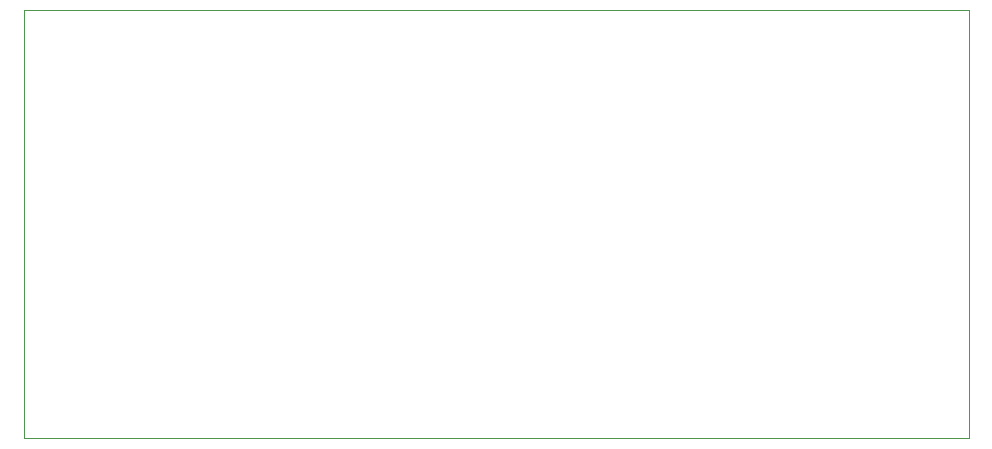
<source format=gtp>
G75*
%MOIN*%
%OFA0B0*%
%FSLAX25Y25*%
%IPPOS*%
%LPD*%
%AMOC8*
5,1,8,0,0,1.08239X$1,22.5*
%
%ADD10C,0.00000*%
D10*
X0001600Y0001600D02*
X0001600Y0144317D01*
X0316600Y0144317D01*
X0316600Y0001600D01*
X0001600Y0001600D01*
M02*

</source>
